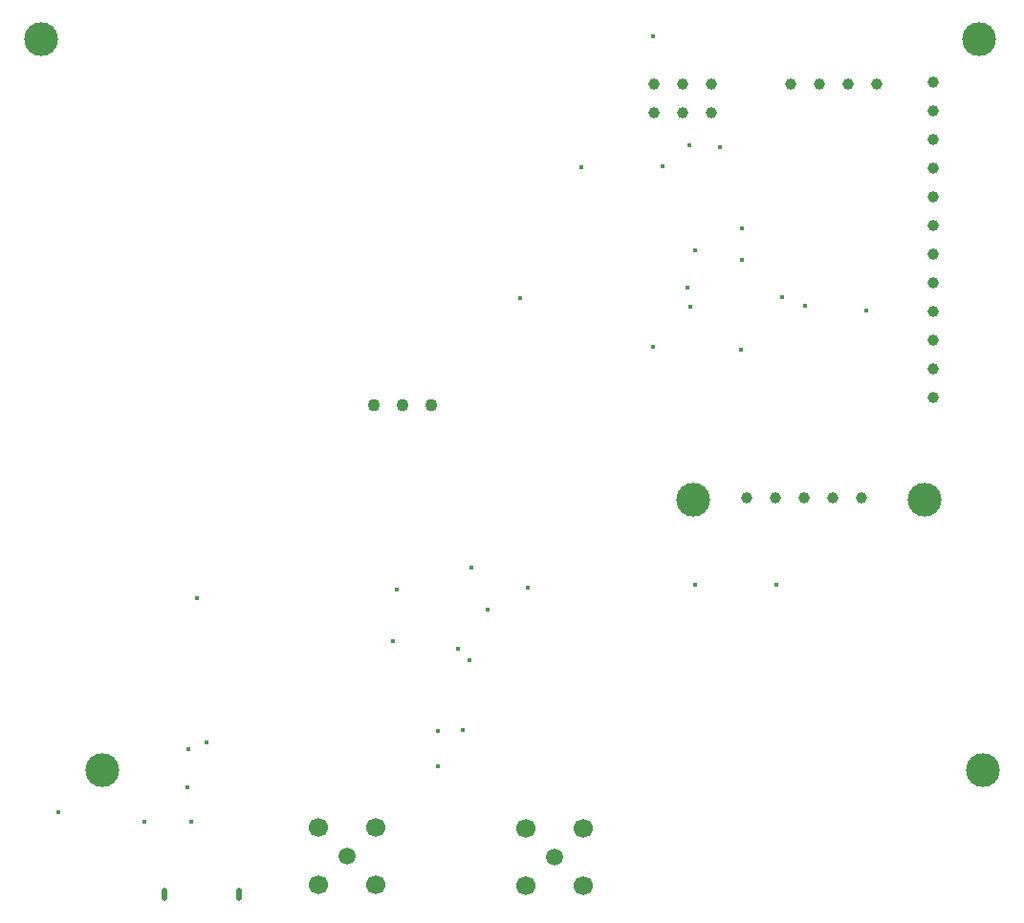
<source format=gbr>
%TF.GenerationSoftware,KiCad,Pcbnew,8.0.3-1.fc40*%
%TF.CreationDate,2024-07-01T23:14:30+02:00*%
%TF.ProjectId,sis5351a GPS controlled time base,73697335-3335-4316-9120-47505320636f,rev?*%
%TF.SameCoordinates,Original*%
%TF.FileFunction,Plated,1,2,PTH,Mixed*%
%TF.FilePolarity,Positive*%
%FSLAX46Y46*%
G04 Gerber Fmt 4.6, Leading zero omitted, Abs format (unit mm)*
G04 Created by KiCad (PCBNEW 8.0.3-1.fc40) date 2024-07-01 23:14:30*
%MOMM*%
%LPD*%
G01*
G04 APERTURE LIST*
%TA.AperFunction,ViaDrill*%
%ADD10C,0.400000*%
%TD*%
G04 aperture for slot hole*
%TA.AperFunction,ComponentDrill*%
%ADD11C,0.500000*%
%TD*%
%TA.AperFunction,ComponentDrill*%
%ADD12C,1.000000*%
%TD*%
%TA.AperFunction,ComponentDrill*%
%ADD13C,1.100000*%
%TD*%
%TA.AperFunction,ComponentDrill*%
%ADD14C,1.500000*%
%TD*%
%TA.AperFunction,ComponentDrill*%
%ADD15C,1.700000*%
%TD*%
%TA.AperFunction,ComponentDrill*%
%ADD16C,3.000000*%
%TD*%
G04 APERTURE END LIST*
D10*
X130096500Y-128165800D03*
X137688700Y-129010200D03*
X141550000Y-125900000D03*
X141606800Y-122574700D03*
X141900000Y-128950000D03*
X142375700Y-109136300D03*
X143248400Y-121981800D03*
X159717000Y-113000000D03*
X160064100Y-108400000D03*
X163750000Y-120900000D03*
X163750000Y-124100000D03*
X165512500Y-113607900D03*
X165931400Y-120810300D03*
X166542300Y-114704700D03*
X166698200Y-106416000D03*
X168100000Y-110150000D03*
X170992800Y-82600000D03*
X171700000Y-108200000D03*
X176450000Y-70950000D03*
X182750000Y-86900000D03*
X182800000Y-59400000D03*
X183650000Y-70900000D03*
X185791400Y-81629000D03*
X186000000Y-69000000D03*
X186100000Y-83300000D03*
X186450000Y-108000000D03*
X186515900Y-78324500D03*
X188689100Y-69201600D03*
X190573500Y-87118500D03*
X190600000Y-76400000D03*
X190600000Y-79200000D03*
X193650000Y-108000000D03*
X194184400Y-82467800D03*
X196251200Y-83267800D03*
X201680200Y-83708300D03*
D11*
%TO.C,J1*%
X139500000Y-135050000D02*
X139500000Y-135750000D01*
X146100000Y-135050000D02*
X146100000Y-135750000D01*
D12*
%TO.C,J4*%
X182860000Y-63600000D03*
X182860000Y-66140000D03*
X185400000Y-63600000D03*
X185400000Y-66140000D03*
X187940000Y-63600000D03*
X187940000Y-66140000D03*
%TO.C,J2*%
X191030000Y-100300000D03*
X193570000Y-100300000D03*
%TO.C,J3*%
X194980000Y-63600000D03*
%TO.C,J2*%
X196110000Y-100300000D03*
%TO.C,J3*%
X197520000Y-63600000D03*
%TO.C,J2*%
X198650000Y-100300000D03*
%TO.C,J3*%
X200060000Y-63600000D03*
%TO.C,J2*%
X201190000Y-100300000D03*
%TO.C,J3*%
X202600000Y-63600000D03*
%TO.C,J5*%
X207600000Y-63420000D03*
X207600000Y-65960000D03*
X207600000Y-68500000D03*
X207600000Y-71040000D03*
X207600000Y-73580000D03*
X207600000Y-76120000D03*
X207600000Y-78660000D03*
X207600000Y-81200000D03*
X207600000Y-83740000D03*
X207600000Y-86280000D03*
X207600000Y-88820000D03*
X207600000Y-91360000D03*
D13*
%TO.C,U4*%
X158060000Y-92030000D03*
X160600000Y-92030000D03*
X163140000Y-92030000D03*
D14*
%TO.C,J7 CLK2*%
X155700000Y-132050000D03*
%TO.C,J6 CLK1*%
X174060000Y-132100000D03*
D15*
%TO.C,J7 CLK2*%
X153160000Y-129510000D03*
X153160000Y-134590000D03*
X158240000Y-129510000D03*
X158240000Y-134590000D03*
%TO.C,J6 CLK1*%
X171520000Y-129560000D03*
X171520000Y-134640000D03*
X176600000Y-129560000D03*
X176600000Y-134640000D03*
D16*
%TO.C,*%
X128600000Y-59600000D03*
X134000000Y-124400000D03*
%TO.C,REF\u002A\u002A*%
X186315000Y-100480000D03*
X206815000Y-100480000D03*
%TO.C,*%
X211600000Y-59600000D03*
X212000000Y-124400000D03*
M02*

</source>
